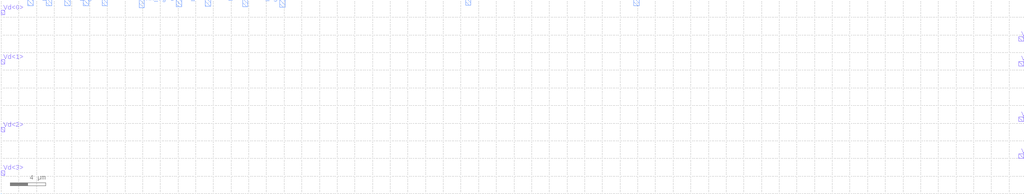
<source format=lef>
VERSION 5.5 ;
NAMESCASESENSITIVE ON ;
BUSBITCHARS "[]" ;
DIVIDERCHAR "/" ;

PROPERTYDEFINITIONS
  LAYER routingPitch REAL ;
END PROPERTYDEFINITIONS

UNITS
  DATABASE MICRONS 1000 ;
END UNITS
MANUFACTURINGGRID 0.01 ;
LAYER POLY1
  TYPE MASTERSLICE ;
END POLY1

LAYER CONT
  TYPE CUT ;
  SPACING 0.4 ;
END CONT

LAYER METAL1
  TYPE ROUTING ;
  DIRECTION HORIZONTAL ;
  PITCH 0 ;
  WIDTH 0.5 ;
  SPACING 0.45 ;
  PROPERTY routingPitch 1.25 ;
END METAL1

LAYER VIA12
  TYPE CUT ;
  SPACING 0.45 ;
END VIA12

LAYER METAL2
  TYPE ROUTING ;
  DIRECTION VERTICAL ;
  PITCH 0 ;
  WIDTH 0.6 ;
  SPACING 0.5 ;
  PROPERTY routingPitch 1.4 ;
END METAL2

LAYER VIA23
  TYPE CUT ;
  SPACING 0.45 ;
END VIA23

LAYER METAL3
  TYPE ROUTING ;
  DIRECTION HORIZONTAL ;
  PITCH 0 ;
  WIDTH 0.6 ;
  SPACING 0.5 ;
  PROPERTY routingPitch 1.25 ;
END METAL3

LAYER VIA34
  TYPE CUT ;
  SPACING 0.45 ;
END VIA34

LAYER METAL4
  TYPE ROUTING ;
  DIRECTION VERTICAL ;
  PITCH 0 ;
  WIDTH 0.6 ;
  SPACING 0.6 ;
  PROPERTY routingPitch 1.4 ;
END METAL4

LAYER OVERLAP
  TYPE OVERLAP ;
END OVERLAP

VIARULE M4_M3 GENERATE
  LAYER METAL3 ;
    ENCLOSURE 0.2 0.2 ;
  LAYER METAL4 ;
    ENCLOSURE 0.15 0.15 ;
  LAYER VIA34 ;
    RECT -0.25 -0.25 0.25 0.25 ;
    SPACING 1 BY 1 ;
END M4_M3

VIARULE M3_M2 GENERATE
  LAYER METAL2 ;
    ENCLOSURE 0.2 0.2 ;
  LAYER METAL3 ;
    ENCLOSURE 0.15 0.15 ;
  LAYER VIA23 ;
    RECT -0.25 -0.25 0.25 0.25 ;
    SPACING 1 BY 1 ;
END M3_M2

VIARULE M2_M1 GENERATE
  LAYER METAL1 ;
    ENCLOSURE 0.2 0.2 ;
  LAYER METAL2 ;
    ENCLOSURE 0.15 0.15 ;
  LAYER VIA12 ;
    RECT -0.25 -0.25 0.25 0.25 ;
    SPACING 1 BY 1 ;
END M2_M1

VIARULE M1_POLY1 GENERATE
  LAYER POLY1 ;
    ENCLOSURE 0.2 0.2 ;
  LAYER METAL1 ;
    ENCLOSURE 0.15 0.15 ;
  LAYER CONT ;
    RECT -0.2 -0.2 0.2 0.2 ;
    SPACING 1 BY 1 ;
END M1_POLY1

VIA M1_POLY1
  LAYER CONT ;
    RECT -0.2 -0.2 0.2 0.2 ;
  LAYER POLY1 ;
    RECT -0.4 -0.4 0.4 0.4 ;
  LAYER METAL1 ;
    RECT -0.35 -0.35 0.35 0.35 ;
END M1_POLY1

VIA M2_M1
  LAYER VIA12 ;
    RECT -0.25 -0.25 0.25 0.25 ;
  LAYER METAL2 ;
    RECT -0.4 -0.4 0.4 0.4 ;
  LAYER METAL1 ;
    RECT -0.45 -0.45 0.45 0.45 ;
END M2_M1

VIA M3_M2
  LAYER VIA23 ;
    RECT -0.25 -0.25 0.25 0.25 ;
  LAYER METAL3 ;
    RECT -0.4 -0.4 0.4 0.4 ;
  LAYER METAL2 ;
    RECT -0.45 -0.45 0.45 0.45 ;
END M3_M2

VIA M4_M3
  LAYER VIA34 ;
    RECT -0.25 -0.25 0.25 0.25 ;
  LAYER METAL4 ;
    RECT -0.4 -0.4 0.4 0.4 ;
  LAYER METAL3 ;
    RECT -0.45 -0.45 0.45 0.45 ;
END M4_M3


MACRO TSMC350nm_VinjDecode2to4_vtile_spacing
END TSMC350nm_VinjDecode2to4_vtile_spacing

MACRO TSMC350nm_VinjDecode2to4_vtile_bridge_spacing
END TSMC350nm_VinjDecode2to4_vtile_bridge_spacing

MACRO TSMC350nm_VinjDecode2to4_vtile_B_bridge
END TSMC350nm_VinjDecode2to4_vtile_B_bridge

MACRO TSMC350nm_VinjDecode2to4_vtile
  PIN Vinj
    DIRECTION INOUT ;
    USE SIGNAL ;
    PORT
      LAYER METAL1 ;
        RECT 7.78 11.04 9.06 11.45 ;
    END
  END Vinj
  PIN OUT<0>
    DIRECTION INOUT ;
    USE SIGNAL ;
    PORT
      LAYER METAL1 ;
        RECT 19.66 18.91 20.11 19.59 ;
    END
  END OUT<0>
  PIN OUT<1>
    DIRECTION INOUT ;
    USE SIGNAL ;
    PORT
      LAYER METAL1 ;
        RECT 19.66 13.41 20.12 14.1 ;
    END
  END OUT<1>
  PIN OUT<2>
    DIRECTION INOUT ;
    USE SIGNAL ;
    PORT
      LAYER METAL1 ;
        RECT 19.66 7.92 20.11 8.59 ;
    END
  END OUT<2>
  PIN OUT<3>
    DIRECTION INOUT ;
    USE SIGNAL ;
    PORT
      LAYER METAL1 ;
        RECT 19.66 2.41 20.11 3.09 ;
    END
  END OUT<3>
  PIN ENABLE
    DIRECTION INOUT ;
    USE SIGNAL ;
    PORT
      LAYER METAL1 ;
        RECT 0.01 3.48 0.71 4.21 ;
    END
  END ENABLE
  PIN GND
    DIRECTION INOUT ;
    USE SIGNAL ;
    PORT
      LAYER METAL1 ;
        RECT 19.52 5.0 20.12 5.99 ;
    END
  END GND
  PIN VINJ
    DIRECTION INOUT ;
    USE SIGNAL ;
    PORT
      LAYER METAL1 ;
        RECT 19.15 21.56 20.05 21.96 ;
    END
  END VINJ
  PIN IN<1>
    DIRECTION INOUT ;
    USE SIGNAL ;
    PORT
      LAYER METAL2 ;
        RECT 6.56 20.89 7.5 22.0 ;
    END
  END IN<1>
  PIN IN<0>
    DIRECTION INOUT ;
    USE SIGNAL ;
    PORT
      LAYER METAL2 ;
        RECT 3.9 20.96 4.5 22.0 ;
    END
  END IN<0>
END TSMC350nm_VinjDecode2to4_vtile

MACRO TSMC350nm_VinjDecode2to4_vtile_A_bridge
END TSMC350nm_VinjDecode2to4_vtile_A_bridge

MACRO TSMC350nm_VinjDecode2to4_vtile_D_bridge
END TSMC350nm_VinjDecode2to4_vtile_D_bridge

MACRO TSMC350nm_VinjDecode2to4_vtile_C_bridge
END TSMC350nm_VinjDecode2to4_vtile_C_bridge

MACRO TSMC350nm_drainSelect01d3
  PIN Vinj
    DIRECTION INOUT ;
    USE SIGNAL ;
    PORT
      LAYER METAL1 ;
        RECT 6.12 21.55 7.4 21.96 ;
    END
  END Vinj
  PIN VINJ
    DIRECTION INOUT ;
    USE SIGNAL ;
    PORT
      LAYER METAL1 ;
        RECT 6.12 21.55 7.4 21.96 ;
    END
  END VINJ
  PIN GND
    DIRECTION INOUT ;
    USE SIGNAL ;
    PORT
      LAYER METAL1 ;
        RECT 8.76 16.56 9.51 16.97 ;
    END
  END GND
  PIN DRAIN4
    DIRECTION INOUT ;
    USE SIGNAL ;
    PORT
      LAYER METAL1 ;
        RECT 15.99 2.54 16.66 2.97 ;
    END
  END DRAIN4
  PIN DRAIN3
    DIRECTION INOUT ;
    USE SIGNAL ;
    PORT
      LAYER METAL1 ;
        RECT 15.99 8.03 16.66 8.46 ;
    END
  END DRAIN3
  PIN DRAIN2
    DIRECTION INOUT ;
    USE SIGNAL ;
    PORT
      LAYER METAL1 ;
        RECT 15.99 13.54 16.66 13.97 ;
    END
  END DRAIN2
  PIN DRAIN1
    DIRECTION INOUT ;
    USE SIGNAL ;
    PORT
      LAYER METAL1 ;
        RECT 15.99 19.03 16.66 19.46 ;
    END
  END DRAIN1
  PIN SELECT<3>
    DIRECTION INOUT ;
    USE SIGNAL ;
    PORT
      LAYER METAL1 ;
        RECT 0.0 2.54 0.67 2.97 ;
    END
  END SELECT<3>
  PIN SELET<2>
    DIRECTION INOUT ;
    USE SIGNAL ;
    PORT
      LAYER METAL1 ;
        RECT 0.0 8.03 0.67 8.46 ;
    END
  END SELET<2>
  PIN SELECT<1>
    DIRECTION INOUT ;
    USE SIGNAL ;
    PORT
      LAYER METAL1 ;
        RECT 0.0 13.54 0.67 13.97 ;
    END
  END SELECT<1>
  PIN SELECT<0>
    DIRECTION INOUT ;
    USE SIGNAL ;
    PORT
      LAYER METAL1 ;
        RECT 0.0 19.03 0.67 19.46 ;
    END
  END SELECT<0>
  PIN DRAINRAIL
    DIRECTION INOUT ;
    USE SIGNAL ;
    PORT
      LAYER METAL2 ;
        RECT 7.47 21.56 8.25 21.99 ;
    END
  END DRAINRAIL
END TSMC350nm_drainSelect01d3

MACRO TSMC350nm_FourTgate_ThickOx_FG_MEM
  PIN B<2>
    DIRECTION INOUT ;
    USE SIGNAL ;
    PORT
      LAYER METAL1 ;
        RECT 9.75 7.01 10.31 7.44 ;
    END
  END B<2>
  PIN A<2>
    DIRECTION INOUT ;
    USE SIGNAL ;
    PORT
      LAYER METAL1 ;
        RECT 0.0 8.0 0.7 8.5 ;
    END
  END A<2>
  PIN B<3>
    DIRECTION INOUT ;
    USE SIGNAL ;
    PORT
      LAYER METAL1 ;
        RECT 9.75 2.15 10.31 2.58 ;
    END
  END B<3>
  PIN A<3>
    DIRECTION INOUT ;
    USE SIGNAL ;
    PORT
      LAYER METAL1 ;
        RECT 0.0 2.5 0.7 3.0 ;
    END
  END A<3>
  PIN GND
    DIRECTION INOUT ;
    USE SIGNAL ;
    PORT
      LAYER METAL1 ;
        RECT 1.61 16.56 2.36 16.97 ;
    END
  END GND
  PIN B<0>
    DIRECTION INOUT ;
    USE SIGNAL ;
    PORT
      LAYER METAL1 ;
        RECT 9.75 20.33 10.31 20.76 ;
    END
  END B<0>
  PIN A<0>
    DIRECTION INOUT ;
    USE SIGNAL ;
    PORT
      LAYER METAL1 ;
        RECT 0.0 19.0 0.7 19.5 ;
    END
  END A<0>
  PIN B<1>
    DIRECTION INOUT ;
    USE SIGNAL ;
    PORT
      LAYER METAL1 ;
        RECT 9.75 14.73 10.31 15.16 ;
    END
  END B<1>
  PIN A<1>
    DIRECTION INOUT ;
    USE SIGNAL ;
    PORT
      LAYER METAL1 ;
        RECT 0.0 13.5 0.7 14.0 ;
    END
  END A<1>
  PIN SelBar
    DIRECTION INOUT ;
    USE SIGNAL ;
    PORT
      LAYER METAL2 ;
        RECT 3.41 21.12 4.21 22.0 ;
    END
  END SelBar
  PIN Sel
    DIRECTION INOUT ;
    USE SIGNAL ;
    PORT
      LAYER METAL2 ;
        RECT 4.8 21.12 5.6 22.0 ;
    END
  END Sel
  PIN VINJ
    DIRECTION INOUT ;
    USE SIGNAL ;
    PORT
      LAYER METAL2 ;
        RECT 6.26 21.78 7.06 22.0 ;
    END
  END VINJ
END TSMC350nm_FourTgate_ThickOx_FG_MEM

MACRO TSMC350nm_IndirectSwitches
  PIN GND_T
    DIRECTION INOUT ;
    USE SIGNAL ;
    PORT
      LAYER METAL2 ;
        RECT 15.4 21.0 16.2 22.0 ;
    END
  END GND_T
  PIN VINJ_T
    DIRECTION INOUT ;
    USE SIGNAL ;
    PORT
      LAYER METAL2 ;
        RECT 6.3 21.04 7.32 22.0 ;
    END
  END VINJ_T
  PIN VDD<1>
    DIRECTION INOUT ;
    USE SIGNAL ;
    PORT
      LAYER METAL2 ;
        RECT 24.5 0.0 25.1 0.75 ;
    END
  END VDD<1>
  PIN VTUN
    DIRECTION INOUT ;
    USE SIGNAL ;
    PORT
      LAYER METAL2 ;
        RECT 13.3 0.0 13.9 0.82 ;
    END
  END VTUN
  PIN GND<0>
    DIRECTION INOUT ;
    USE SIGNAL ;
    PORT
      LAYER METAL2 ;
        RECT 11.2 0.0 11.8 0.85 ;
    END
  END GND<0>
  PIN GNDV<1>
    DIRECTION INOUT ;
    USE SIGNAL ;
    PORT
      LAYER METAL2 ;
        RECT 15.47 0.0 15.95 1.0 ;
    END
  END GNDV<1>
  PIN VINJ
    DIRECTION INOUT ;
    USE SIGNAL ;
    PORT
      LAYER METAL2 ;
        RECT 4.2 0.0 4.8 1.0 ;
    END
  END VINJ
  PIN VDD<0>
    DIRECTION INOUT ;
    USE SIGNAL ;
    PORT
      LAYER METAL2 ;
        RECT 2.1 0.0 2.7 1.09 ;
    END
  END VDD<0>
  PIN Vg<0>
    DIRECTION INOUT ;
    USE SIGNAL ;
    PORT
      LAYER METAL2 ;
        RECT 8.4 0.005 9.0 0.825 ;
    END
  END Vg<0>
  PIN CTRL_B<0>
    DIRECTION INOUT ;
    USE SIGNAL ;
    PORT
      LAYER METAL2 ;
        RECT 6.3 0.01 6.9 0.76 ;
    END
  END CTRL_B<0>
  PIN CTRL_B<1>
    DIRECTION INOUT ;
    USE SIGNAL ;
    PORT
      LAYER METAL2 ;
        RECT 20.3 0.01 20.9 0.75 ;
    END
  END CTRL_B<1>
  PIN Vg<1>
    DIRECTION INOUT ;
    USE SIGNAL ;
    PORT
      LAYER METAL2 ;
        RECT 18.2 0.0 18.8 0.76 ;
    END
  END Vg<1>
  PIN decode<0>
    DIRECTION INOUT ;
    USE SIGNAL ;
    PORT
      LAYER METAL2 ;
        RECT 3.46 21.16 4.8 22.0 ;
    END
  END decode<0>
  PIN RUN_IN<1>
    DIRECTION INOUT ;
    USE SIGNAL ;
    PORT
      LAYER METAL2 ;
        RECT 17.5 21.01 18.1 22.0 ;
    END
  END RUN_IN<1>
  PIN RUN_IN<0>
    DIRECTION INOUT ;
    USE SIGNAL ;
    PORT
      LAYER METAL2 ;
        RECT 10.5 20.9 11.1 22.0 ;
    END
  END RUN_IN<0>
  PIN VPWR<1>
    DIRECTION INOUT ;
    USE SIGNAL ;
    PORT
      LAYER METAL2 ;
        RECT 21.7 21.08 22.3 22.0 ;
    END
  END VPWR<1>
  PIN decode<1>
    DIRECTION INOUT ;
    USE SIGNAL ;
    PORT
      LAYER METAL2 ;
        RECT 23.8 21.09 25.0 22.0 ;
    END
  END decode<1>
  PIN VPWR<0>
    DIRECTION INOUT ;
    USE SIGNAL ;
    PORT
      LAYER METAL2 ;
        RECT 1.71 21.21 2.43 22.0 ;
    END
  END VPWR<0>
  PIN VTUN_T
    DIRECTION INOUT ;
    USE SIGNAL ;
    PORT
      LAYER METAL2 ;
        RECT 12.6 21.12 13.7 22.0 ;
    END
  END VTUN_T
  PIN vtun_l
    DIRECTION INOUT ;
    USE SIGNAL ;
    PORT
      LAYER METAL1 ;
        RECT 0.0 0.9 1.31 1.88 ;
    END
  END vtun_l
  PIN vtun_r
    DIRECTION INOUT ;
    USE SIGNAL ;
    PORT
      LAYER METAL1 ;
        RECT 26.17 0.9 27.46 2.17 ;
    END
  END vtun_r
  PIN vgsel_r
    DIRECTION INOUT ;
    USE SIGNAL ;
    PORT
      LAYER METAL1 ;
        RECT 26.52 3.15 27.46 4.45 ;
    END
  END vgsel_r
  PIN prog_r
    DIRECTION INOUT ;
    USE SIGNAL ;
    PORT
      LAYER METAL1 ;
        RECT 26.59 9.15 27.46 10.55 ;
    END
  END prog_r
  PIN run_r
    DIRECTION INOUT ;
    USE SIGNAL ;
    PORT
      LAYER METAL1 ;
        RECT 26.28 6.05 27.46 7.29 ;
    END
  END run_r
  PIN RUN
    DIRECTION INOUT ;
    USE SIGNAL ;
    PORT
      LAYER METAL1 ;
        RECT 0.0 6.05 0.91 7.29 ;
    END
  END RUN
  PIN PROG
    DIRECTION INOUT ;
    USE SIGNAL ;
    PORT
      LAYER METAL1 ;
        RECT 0.0 9.15 0.87 10.55 ;
    END
  END PROG
  PIN Vgsel
    DIRECTION INOUT ;
    USE SIGNAL ;
    PORT
      LAYER METAL1 ;
        RECT 0.0 3.72 0.91 4.45 ;
    END
  END Vgsel
END TSMC350nm_IndirectSwitches

MACRO TSMC350nm_VinjDecode2to4_htile
  PIN IN<1>
    DIRECTION INOUT ;
    USE SIGNAL ;
    PORT
      LAYER METAL1 ;
        RECT 0.0 11.85 0.9 12.74 ;
    END
  END IN<1>
  PIN IN<0>
    DIRECTION INOUT ;
    USE SIGNAL ;
    PORT
      LAYER METAL1 ;
        RECT 0.0 10.13 0.87 11.1 ;
    END
  END IN<0>
  PIN VINJ
    DIRECTION INOUT ;
    USE SIGNAL ;
    PORT
      LAYER METAL1 ;
        RECT 0.0 1.99 0.5 2.49 ;
    END
  END VINJ
  PIN GND
    DIRECTION INOUT ;
    USE SIGNAL ;
    PORT
      LAYER METAL1 ;
        RECT 0.0 6.99 0.51 7.49 ;
    END
  END GND
  PIN GND_b<1>
    DIRECTION INOUT ;
    USE SIGNAL ;
    PORT
      LAYER METAL2 ;
        RECT 40.32 0.0 40.92 1.79 ;
    END
  END GND_b<1>
  PIN VINJ_b<1>
    DIRECTION INOUT ;
    USE SIGNAL ;
    PORT
      LAYER METAL2 ;
        RECT 22.1 0.0 22.7 1.44 ;
    END
  END VINJ_b<1>
  PIN GND_b<0>
    DIRECTION INOUT ;
    USE SIGNAL ;
    PORT
      LAYER METAL2 ;
        RECT 18.85 0.0 19.45 1.41 ;
    END
  END GND_b<0>
  PIN VINJ_b<0>
    DIRECTION INOUT ;
    USE SIGNAL ;
    PORT
      LAYER METAL2 ;
        RECT 1.07 0.0 1.67 1.25 ;
    END
  END VINJ_b<0>
  PIN VINJV
    DIRECTION INOUT ;
    USE SIGNAL ;
    PORT
      LAYER METAL2 ;
        RECT 23.7 21.26 24.31 22.0 ;
    END
  END VINJV
  PIN GNDV
    DIRECTION INOUT ;
    USE SIGNAL ;
    PORT
      LAYER METAL2 ;
        RECT 25.84 21.28 26.44 22.0 ;
    END
  END GNDV
  PIN RUN_OUT<3>
    DIRECTION INOUT ;
    USE SIGNAL ;
    PORT
      LAYER METAL2 ;
        RECT 34.39 0.0 35.19 0.86 ;
    END
  END RUN_OUT<3>
  PIN RUN_OUT<2>
    DIRECTION INOUT ;
    USE SIGNAL ;
    PORT
      LAYER METAL2 ;
        RECT 28.77 0.0 29.57 0.86 ;
    END
  END RUN_OUT<2>
  PIN RUN_OUT<1>
    DIRECTION INOUT ;
    USE SIGNAL ;
    PORT
      LAYER METAL2 ;
        RECT 13.5 0.0 14.1 0.86 ;
    END
  END RUN_OUT<1>
  PIN RUN_OUT<0>
    DIRECTION INOUT ;
    USE SIGNAL ;
    PORT
      LAYER METAL2 ;
        RECT 7.34 0.0 8.14 0.86 ;
    END
  END RUN_OUT<0>
  PIN ENABLE
    DIRECTION INOUT ;
    USE SIGNAL ;
    PORT
      LAYER METAL2 ;
        RECT 6.29 21.66 6.89 22.0 ;
    END
  END ENABLE
  PIN OUT<2>
    DIRECTION INOUT ;
    USE SIGNAL ;
    PORT
      LAYER METAL2 ;
        RECT 25.28 0.0 25.87 0.87 ;
    END
  END OUT<2>
  PIN OUT<3>
    DIRECTION INOUT ;
    USE SIGNAL ;
    PORT
      LAYER METAL2 ;
        RECT 37.14 0.0 37.73 0.83 ;
    END
  END OUT<3>
  PIN OUT<0>
    DIRECTION INOUT ;
    USE SIGNAL ;
    PORT
      LAYER METAL2 ;
        RECT 4.27 0.0 4.87 0.86 ;
    END
  END OUT<0>
  PIN OUT<1>
    DIRECTION INOUT ;
    USE SIGNAL ;
    PORT
      LAYER METAL2 ;
        RECT 16.14 0.0 16.72 0.85 ;
    END
  END OUT<1>
  PIN VGRUN<0>
    DIRECTION INOUT ;
    USE SIGNAL ;
    PORT
      LAYER METAL2 ;
        RECT 9.1 21.59 9.7 22.0 ;
    END
  END VGRUN<0>
  PIN VGRUN<1>
    DIRECTION INOUT ;
    USE SIGNAL ;
    PORT
      LAYER METAL2 ;
        RECT 11.2 21.6 11.8 22.0 ;
    END
  END VGRUN<1>
  PIN VGRUN<2>
    DIRECTION INOUT ;
    USE SIGNAL ;
    PORT
      LAYER METAL2 ;
        RECT 28.7 21.71 29.3 22.0 ;
    END
  END VGRUN<2>
  PIN VGRUN<3>
    DIRECTION INOUT ;
    USE SIGNAL ;
    PORT
      LAYER METAL2 ;
        RECT 33.6 21.54 34.2 22.0 ;
    END
  END VGRUN<3>
END TSMC350nm_VinjDecode2to4_htile

MACRO TSMC350nm_VinjDecode2to4_htile_A_bridge
  PIN VGRUN<3>
    DIRECTION INOUT ;
    USE SIGNAL ;
    PORT
      LAYER METAL2 ;
        RECT 34.5 9.46 35.1 10.0 ;
    END
  END VGRUN<3>
  PIN VGRUN<2>
    DIRECTION INOUT ;
    USE SIGNAL ;
    PORT
      LAYER METAL2 ;
        RECT 26.6 9.56 27.2 10.0 ;
    END
  END VGRUN<2>
  PIN VGRUN<1>
    DIRECTION INOUT ;
    USE SIGNAL ;
    PORT
      LAYER METAL2 ;
        RECT 13.5 9.46 14.1 10.0 ;
    END
  END VGRUN<1>
  PIN VGRUN<0>
    DIRECTION INOUT ;
    USE SIGNAL ;
    PORT
      LAYER METAL2 ;
        RECT 5.6 9.52 6.2 10.0 ;
    END
  END VGRUN<0>
END TSMC350nm_VinjDecode2to4_htile_A_bridge

MACRO TSMC350nm_VinjDecode2to4_htile_B_bridge
  PIN VGRUN<0>
    DIRECTION INOUT ;
    USE SIGNAL ;
    PORT
      LAYER METAL2 ;
        RECT 9.1 9.52 9.7 10.0 ;
    END
  END VGRUN<0>
  PIN VGRUN<1>
    DIRECTION INOUT ;
    USE SIGNAL ;
    PORT
      LAYER METAL2 ;
        RECT 11.2 9.52 11.8 10.0 ;
    END
  END VGRUN<1>
  PIN VGRUN<2>
    DIRECTION INOUT ;
    USE SIGNAL ;
    PORT
      LAYER METAL2 ;
        RECT 28.7 9.5 29.3 10.0 ;
    END
  END VGRUN<2>
  PIN VGRUN<3>
    DIRECTION INOUT ;
    USE SIGNAL ;
    PORT
      LAYER METAL2 ;
        RECT 33.6 9.51 34.2 10.0 ;
    END
  END VGRUN<3>
END TSMC350nm_VinjDecode2to4_htile_B_bridge

MACRO TSMC350nm_VinjDecode2to4_htile_spacing
  PIN VGRUN<0>
    DIRECTION INOUT ;
    USE SIGNAL ;
    PORT
      LAYER METAL2 ;
        RECT 9.1 21.59 9.7 22.0 ;
    END
  END VGRUN<0>
  PIN VGRUN<1>
    DIRECTION INOUT ;
    USE SIGNAL ;
    PORT
      LAYER METAL2 ;
        RECT 11.2 21.52 11.8 22.0 ;
    END
  END VGRUN<1>
  PIN VGRUN<2>
    DIRECTION INOUT ;
    USE SIGNAL ;
    PORT
      LAYER METAL2 ;
        RECT 28.7 21.54 29.3 22.0 ;
    END
  END VGRUN<2>
  PIN VGRUN<3>
    DIRECTION INOUT ;
    USE SIGNAL ;
    PORT
      LAYER METAL2 ;
        RECT 33.6 21.55 34.2 22.0 ;
    END
  END VGRUN<3>
END TSMC350nm_VinjDecode2to4_htile_spacing

MACRO TSMC350nm_VMMWTA
  PIN VMM_Vs<0>
    DIRECTION INOUT ;
    USE SIGNAL ;
    PORT
      LAYER METAL2 ;
        RECT 3.0 21.3 3.6 22.0 ;
    END
  END VMM_Vs<0>
  PIN VINJ
    DIRECTION INOUT ;
    USE SIGNAL ;
    PORT
      LAYER METAL2 ;
        RECT 5.1 21.3 5.7 22.0 ;
    END
  END VINJ
  PIN VMM_Vg<0>
    DIRECTION INOUT ;
    USE SIGNAL ;
    PORT
      LAYER METAL2 ;
        RECT 7.2 21.3 7.8 22.0 ;
    END
  END VMM_Vg<0>
  PIN GND
    DIRECTION INOUT ;
    USE SIGNAL ;
    PORT
      LAYER METAL2 ;
        RECT 9.3 21.3 9.9 22.0 ;
    END
  END GND
  PIN VTUN<0>
    DIRECTION INOUT ;
    USE SIGNAL ;
    PORT
      LAYER METAL2 ;
        RECT 11.4 21.3 12.0 22.0 ;
    END
  END VTUN<0>
  PIN VMM_Vg<1>
    DIRECTION INOUT ;
    USE SIGNAL ;
    PORT
      LAYER METAL2 ;
        RECT 15.6 21.1 16.2 22.0 ;
    END
  END VMM_Vg<1>
  PIN VMM_Vs<1>
    DIRECTION INOUT ;
    USE SIGNAL ;
    PORT
      LAYER METAL2 ;
        RECT 19.8 21.19 20.4 22.0 ;
    END
  END VMM_Vs<1>
  PIN Ibias_Vs
    DIRECTION INOUT ;
    USE SIGNAL ;
    PORT
      LAYER METAL2 ;
        RECT 23.1 21.27 23.7 22.0 ;
    END
  END Ibias_Vs
  PIN Ibias_Vg
    DIRECTION INOUT ;
    USE SIGNAL ;
    PORT
      LAYER METAL2 ;
        RECT 27.3 21.23 27.9 22.0 ;
    END
  END Ibias_Vg
  PIN VTUN<1>
    DIRECTION INOUT ;
    USE SIGNAL ;
    PORT
      LAYER METAL2 ;
        RECT 31.5 21.16 32.1 22.0 ;
    END
  END VTUN<1>
  PIN PROG
    DIRECTION INOUT ;
    USE SIGNAL ;
    PORT
      LAYER METAL2 ;
        RECT 52.52 21.35 53.12 22.0 ;
    END
  END PROG
  PIN Vmid
    DIRECTION INOUT ;
    USE SIGNAL ;
    PORT
      LAYER METAL2 ;
        RECT 71.56 21.32 72.16 22.0 ;
    END
  END Vmid
  PIN Vd<0>
    DIRECTION INOUT ;
    USE SIGNAL ;
    PORT
      LAYER METAL1 ;
        RECT 0.0 20.3 0.4 20.8 ;
    END
  END Vd<0>
  PIN Vd<1>
    DIRECTION INOUT ;
    USE SIGNAL ;
    PORT
      LAYER METAL1 ;
        RECT 0.0 14.7 0.4 15.2 ;
    END
  END Vd<1>
  PIN Vd<2>
    DIRECTION INOUT ;
    USE SIGNAL ;
    PORT
      LAYER METAL1 ;
        RECT 0.0 7.0 0.4 7.5 ;
    END
  END Vd<2>
  PIN Vd<3>
    DIRECTION INOUT ;
    USE SIGNAL ;
    PORT
      LAYER METAL1 ;
        RECT 0.0 2.1 0.4 2.6 ;
    END
  END Vd<3>
  PIN Vout<0>
    DIRECTION INOUT ;
    USE SIGNAL ;
    PORT
      LAYER METAL1 ;
        RECT 115.07 17.3 115.63 17.8 ;
    END
  END Vout<0>
  PIN Vout<1>
    DIRECTION INOUT ;
    USE SIGNAL ;
    PORT
      LAYER METAL1 ;
        RECT 115.07 14.5 115.63 15.0 ;
    END
  END Vout<1>
  PIN Vout<2>
    DIRECTION INOUT ;
    USE SIGNAL ;
    PORT
      LAYER METAL1 ;
        RECT 115.07 8.2 115.63 8.7 ;
    END
  END Vout<2>
  PIN Vout<3>
    DIRECTION INOUT ;
    USE SIGNAL ;
    PORT
      LAYER METAL1 ;
        RECT 115.07 4.0 115.63 4.5 ;
    END
  END Vout<3>
END TSMC350nm_VMMWTA

MACRO TSMC350nm_4x2_Indirect
  PIN Vg<1>
    DIRECTION INOUT ;
    USE SIGNAL ;
    PORT
      LAYER METAL2 ;
        RECT 18.2 21.06 18.8 22.0 ;
    END
  END Vg<1>
  PIN Vsel<1>
    DIRECTION INOUT ;
    USE SIGNAL ;
    PORT
      LAYER METAL2 ;
        RECT 20.3 21.08 20.9 22.0 ;
    END
  END Vsel<1>
  PIN VINJ<1>
    DIRECTION INOUT ;
    USE SIGNAL ;
    PORT
      LAYER METAL2 ;
        RECT 22.4 21.05 23.0 22.0 ;
    END
  END VINJ<1>
  PIN Vsel<0>
    DIRECTION INOUT ;
    USE SIGNAL ;
    PORT
      LAYER METAL2 ;
        RECT 6.3 21.2 6.9 22.0 ;
    END
  END Vsel<0>
  PIN Vs<0>
    DIRECTION INOUT ;
    USE SIGNAL ;
    PORT
      LAYER METAL2 ;
        RECT 2.1 21.21 2.7 22.0 ;
    END
  END Vs<0>
  PIN Vs<1>
    DIRECTION INOUT ;
    USE SIGNAL ;
    PORT
      LAYER METAL2 ;
        RECT 24.5 21.06 25.1 22.0 ;
    END
  END Vs<1>
  PIN VTUN
    DIRECTION INOUT ;
    USE SIGNAL ;
    PORT
      LAYER METAL2 ;
        RECT 13.3 21.09 13.9 22.0 ;
    END
  END VTUN
  PIN VINJ<0>
    DIRECTION INOUT ;
    USE SIGNAL ;
    PORT
      LAYER METAL2 ;
        RECT 4.2 21.18 4.8 22.0 ;
    END
  END VINJ<0>
  PIN GND<0>
    DIRECTION INOUT ;
    USE SIGNAL ;
    PORT
      LAYER METAL2 ;
        RECT 11.2 21.07 11.8 22.0 ;
    END
  END GND<0>
  PIN Vg<0>
    DIRECTION INOUT ;
    USE SIGNAL ;
    PORT
      LAYER METAL2 ;
        RECT 8.4 21.03 9.0 22.0 ;
    END
  END Vg<0>
  PIN GND<1>
    DIRECTION INOUT ;
    USE SIGNAL ;
    PORT
      LAYER METAL2 ;
        RECT 15.41 21.06 16.01 22.0 ;
    END
  END GND<1>
  PIN Vs_b<0>
    DIRECTION INOUT ;
    USE SIGNAL ;
    PORT
      LAYER METAL2 ;
        RECT 1.42 0.0 2.7 0.6 ;
    END
  END Vs_b<0>
  PIN VINJ_b<0>
    DIRECTION INOUT ;
    USE SIGNAL ;
    PORT
      LAYER METAL2 ;
        RECT 4.2 0.0 4.8 0.76 ;
    END
  END VINJ_b<0>
  PIN Vsel_b<0>
    DIRECTION INOUT ;
    USE SIGNAL ;
    PORT
      LAYER METAL2 ;
        RECT 6.3 0.0 6.9 0.78 ;
    END
  END Vsel_b<0>
  PIN Vg_b<0>
    DIRECTION INOUT ;
    USE SIGNAL ;
    PORT
      LAYER METAL2 ;
        RECT 8.4 0.0 9.0 0.77 ;
    END
  END Vg_b<0>
  PIN GND_b<0>
    DIRECTION INOUT ;
    USE SIGNAL ;
    PORT
      LAYER METAL2 ;
        RECT 11.2 0.0 11.8 0.76 ;
    END
  END GND_b<0>
  PIN VTUN_b
    DIRECTION INOUT ;
    USE SIGNAL ;
    PORT
      LAYER METAL2 ;
        RECT 13.3 0.0 13.9 0.76 ;
    END
  END VTUN_b
  PIN GND_b<1>
    DIRECTION INOUT ;
    USE SIGNAL ;
    PORT
      LAYER METAL2 ;
        RECT 15.41 0.0 16.01 0.83 ;
    END
  END GND_b<1>
  PIN Vg_b<1>
    DIRECTION INOUT ;
    USE SIGNAL ;
    PORT
      LAYER METAL2 ;
        RECT 18.2 0.0 18.8 0.76 ;
    END
  END Vg_b<1>
  PIN Vsel_b<1>
    DIRECTION INOUT ;
    USE SIGNAL ;
    PORT
      LAYER METAL2 ;
        RECT 20.3 0.0 20.9 0.75 ;
    END
  END Vsel_b<1>
  PIN VINJ_b<1>
    DIRECTION INOUT ;
    USE SIGNAL ;
    PORT
      LAYER METAL2 ;
        RECT 22.4 0.0 23.0 0.77 ;
    END
  END VINJ_b<1>
  PIN Vs_b<1>
    DIRECTION INOUT ;
    USE SIGNAL ;
    PORT
      LAYER METAL2 ;
        RECT 24.5 0.0 25.75 0.61 ;
    END
  END Vs_b<1>
  PIN Vd_Pl<3>
    DIRECTION INOUT ;
    USE SIGNAL ;
    PORT
      LAYER METAL1 ;
        RECT 0.0 0.7 1.47 1.2 ;
    END
  END Vd_Pl<3>
  PIN Vd_Rl<3>
    DIRECTION INOUT ;
    USE SIGNAL ;
    PORT
      LAYER METAL1 ;
        RECT 0.0 3.5 1.45 4.0 ;
    END
  END Vd_Rl<3>
  PIN Vd_Rl<2>
    DIRECTION INOUT ;
    USE SIGNAL ;
    PORT
      LAYER METAL1 ;
        RECT 0.0 7.0 1.4 7.5 ;
    END
  END Vd_Rl<2>
  PIN Vd_Pl<2>
    DIRECTION INOUT ;
    USE SIGNAL ;
    PORT
      LAYER METAL1 ;
        RECT 0.0 9.8 1.41 10.3 ;
    END
  END Vd_Pl<2>
  PIN Vd_Pl<1>
    DIRECTION INOUT ;
    USE SIGNAL ;
    PORT
      LAYER METAL1 ;
        RECT 0.0 11.89 1.43 12.4 ;
    END
  END Vd_Pl<1>
  PIN Vd_Rl<1>
    DIRECTION INOUT ;
    USE SIGNAL ;
    PORT
      LAYER METAL1 ;
        RECT 0.0 14.7 1.46 15.2 ;
    END
  END Vd_Rl<1>
  PIN Vd_Rl<0>
    DIRECTION INOUT ;
    USE SIGNAL ;
    PORT
      LAYER METAL1 ;
        RECT 0.0 17.5 1.43 18.0 ;
    END
  END Vd_Rl<0>
  PIN Vd_Pl<0>
    DIRECTION INOUT ;
    USE SIGNAL ;
    PORT
      LAYER METAL1 ;
        RECT 0.0 20.3 1.4 20.9 ;
    END
  END Vd_Pl<0>
  PIN Vd_P<0>
    DIRECTION INOUT ;
    USE SIGNAL ;
    PORT
      LAYER METAL1 ;
        RECT 26.63 20.3 27.46 20.8 ;
    END
  END Vd_P<0>
  PIN Vd_R<1>
    DIRECTION INOUT ;
    USE SIGNAL ;
    PORT
      LAYER METAL1 ;
        RECT 26.56 14.7 27.44 15.2 ;
    END
  END Vd_R<1>
  PIN Vd_R<3>
    DIRECTION INOUT ;
    USE SIGNAL ;
    PORT
      LAYER METAL1 ;
        RECT 26.5 3.5 27.46 4.0 ;
    END
  END Vd_R<3>
  PIN Vd_P<3>
    DIRECTION INOUT ;
    USE SIGNAL ;
    PORT
      LAYER METAL1 ;
        RECT 26.55 0.7 27.46 1.2 ;
    END
  END Vd_P<3>
  PIN Vd_P<1>
    DIRECTION INOUT ;
    USE SIGNAL ;
    PORT
      LAYER METAL1 ;
        RECT 26.38 11.9 27.46 12.4 ;
    END
  END Vd_P<1>
  PIN Vd_P<2>
    DIRECTION INOUT ;
    USE SIGNAL ;
    PORT
      LAYER METAL1 ;
        RECT 26.51 9.8 27.46 10.3 ;
    END
  END Vd_P<2>
  PIN Vd_R<0>
    DIRECTION INOUT ;
    USE SIGNAL ;
    PORT
      LAYER METAL1 ;
        RECT 26.66 17.5 27.46 18.0 ;
    END
  END Vd_R<0>
  PIN Vd_R<2>
    DIRECTION INOUT ;
    USE SIGNAL ;
    PORT
      LAYER METAL1 ;
        RECT 26.53 7.0 27.46 7.5 ;
    END
  END Vd_R<2>
END TSMC350nm_4x2_Indirect

END LIBRARY
</source>
